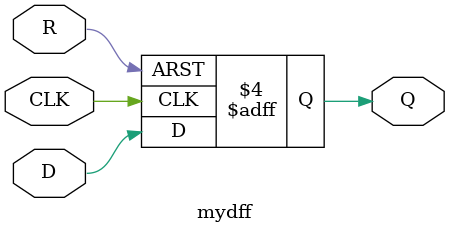
<source format=v>

module mydff (
    input D ,
    input CLK ,
    input R ,
    output Q
);
wire Qbar ;
reg Q ; // Use blocking assignments
always @(posedge CLK or negedge R) begin
    if (!R) 
        Q <= 1'b0 ;
    else 
        Q <= D ;
end
assign Qbar = ~Q ; // Assign Qbar to the complement of Q
endmodule

</source>
